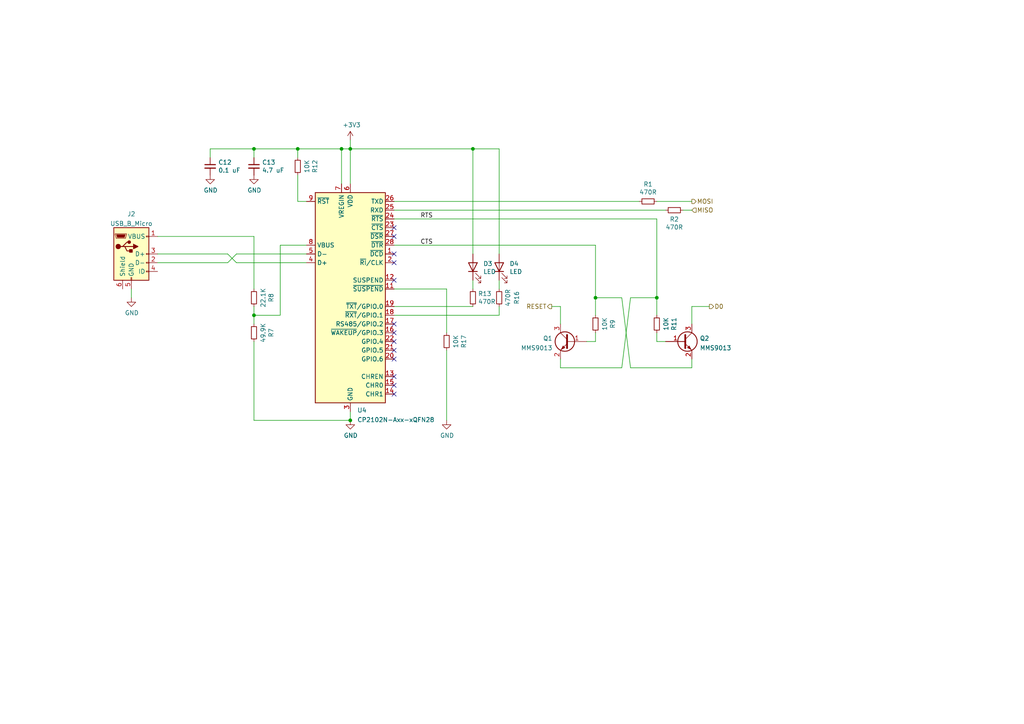
<source format=kicad_sch>
(kicad_sch (version 20211123) (generator eeschema)

  (uuid a4f181df-5a9d-4943-84cb-31df60bb171a)

  (paper "A4")

  (lib_symbols
    (symbol "Connector:USB_B_Micro" (pin_names (offset 1.016)) (in_bom yes) (on_board yes)
      (property "Reference" "J" (id 0) (at -5.08 11.43 0)
        (effects (font (size 1.27 1.27)) (justify left))
      )
      (property "Value" "USB_B_Micro" (id 1) (at -5.08 8.89 0)
        (effects (font (size 1.27 1.27)) (justify left))
      )
      (property "Footprint" "" (id 2) (at 3.81 -1.27 0)
        (effects (font (size 1.27 1.27)) hide)
      )
      (property "Datasheet" "~" (id 3) (at 3.81 -1.27 0)
        (effects (font (size 1.27 1.27)) hide)
      )
      (property "ki_keywords" "connector USB micro" (id 4) (at 0 0 0)
        (effects (font (size 1.27 1.27)) hide)
      )
      (property "ki_description" "USB Micro Type B connector" (id 5) (at 0 0 0)
        (effects (font (size 1.27 1.27)) hide)
      )
      (property "ki_fp_filters" "USB*" (id 6) (at 0 0 0)
        (effects (font (size 1.27 1.27)) hide)
      )
      (symbol "USB_B_Micro_0_1"
        (rectangle (start -5.08 -7.62) (end 5.08 7.62)
          (stroke (width 0.254) (type default) (color 0 0 0 0))
          (fill (type background))
        )
        (circle (center -3.81 2.159) (radius 0.635)
          (stroke (width 0.254) (type default) (color 0 0 0 0))
          (fill (type outline))
        )
        (circle (center -0.635 3.429) (radius 0.381)
          (stroke (width 0.254) (type default) (color 0 0 0 0))
          (fill (type outline))
        )
        (rectangle (start -0.127 -7.62) (end 0.127 -6.858)
          (stroke (width 0) (type default) (color 0 0 0 0))
          (fill (type none))
        )
        (polyline
          (pts
            (xy -1.905 2.159)
            (xy 0.635 2.159)
          )
          (stroke (width 0.254) (type default) (color 0 0 0 0))
          (fill (type none))
        )
        (polyline
          (pts
            (xy -3.175 2.159)
            (xy -2.54 2.159)
            (xy -1.27 3.429)
            (xy -0.635 3.429)
          )
          (stroke (width 0.254) (type default) (color 0 0 0 0))
          (fill (type none))
        )
        (polyline
          (pts
            (xy -2.54 2.159)
            (xy -1.905 2.159)
            (xy -1.27 0.889)
            (xy 0 0.889)
          )
          (stroke (width 0.254) (type default) (color 0 0 0 0))
          (fill (type none))
        )
        (polyline
          (pts
            (xy 0.635 2.794)
            (xy 0.635 1.524)
            (xy 1.905 2.159)
            (xy 0.635 2.794)
          )
          (stroke (width 0.254) (type default) (color 0 0 0 0))
          (fill (type outline))
        )
        (polyline
          (pts
            (xy -4.318 5.588)
            (xy -1.778 5.588)
            (xy -2.032 4.826)
            (xy -4.064 4.826)
            (xy -4.318 5.588)
          )
          (stroke (width 0) (type default) (color 0 0 0 0))
          (fill (type outline))
        )
        (polyline
          (pts
            (xy -4.699 5.842)
            (xy -4.699 5.588)
            (xy -4.445 4.826)
            (xy -4.445 4.572)
            (xy -1.651 4.572)
            (xy -1.651 4.826)
            (xy -1.397 5.588)
            (xy -1.397 5.842)
            (xy -4.699 5.842)
          )
          (stroke (width 0) (type default) (color 0 0 0 0))
          (fill (type none))
        )
        (rectangle (start 0.254 1.27) (end -0.508 0.508)
          (stroke (width 0.254) (type default) (color 0 0 0 0))
          (fill (type outline))
        )
        (rectangle (start 5.08 -5.207) (end 4.318 -4.953)
          (stroke (width 0) (type default) (color 0 0 0 0))
          (fill (type none))
        )
        (rectangle (start 5.08 -2.667) (end 4.318 -2.413)
          (stroke (width 0) (type default) (color 0 0 0 0))
          (fill (type none))
        )
        (rectangle (start 5.08 -0.127) (end 4.318 0.127)
          (stroke (width 0) (type default) (color 0 0 0 0))
          (fill (type none))
        )
        (rectangle (start 5.08 4.953) (end 4.318 5.207)
          (stroke (width 0) (type default) (color 0 0 0 0))
          (fill (type none))
        )
      )
      (symbol "USB_B_Micro_1_1"
        (pin power_out line (at 7.62 5.08 180) (length 2.54)
          (name "VBUS" (effects (font (size 1.27 1.27))))
          (number "1" (effects (font (size 1.27 1.27))))
        )
        (pin bidirectional line (at 7.62 -2.54 180) (length 2.54)
          (name "D-" (effects (font (size 1.27 1.27))))
          (number "2" (effects (font (size 1.27 1.27))))
        )
        (pin bidirectional line (at 7.62 0 180) (length 2.54)
          (name "D+" (effects (font (size 1.27 1.27))))
          (number "3" (effects (font (size 1.27 1.27))))
        )
        (pin passive line (at 7.62 -5.08 180) (length 2.54)
          (name "ID" (effects (font (size 1.27 1.27))))
          (number "4" (effects (font (size 1.27 1.27))))
        )
        (pin power_out line (at 0 -10.16 90) (length 2.54)
          (name "GND" (effects (font (size 1.27 1.27))))
          (number "5" (effects (font (size 1.27 1.27))))
        )
        (pin passive line (at -2.54 -10.16 90) (length 2.54)
          (name "Shield" (effects (font (size 1.27 1.27))))
          (number "6" (effects (font (size 1.27 1.27))))
        )
      )
    )
    (symbol "Device:C_Small" (pin_numbers hide) (pin_names (offset 0.254) hide) (in_bom yes) (on_board yes)
      (property "Reference" "C" (id 0) (at 0.254 1.778 0)
        (effects (font (size 1.27 1.27)) (justify left))
      )
      (property "Value" "C_Small" (id 1) (at 0.254 -2.032 0)
        (effects (font (size 1.27 1.27)) (justify left))
      )
      (property "Footprint" "" (id 2) (at 0 0 0)
        (effects (font (size 1.27 1.27)) hide)
      )
      (property "Datasheet" "~" (id 3) (at 0 0 0)
        (effects (font (size 1.27 1.27)) hide)
      )
      (property "ki_keywords" "capacitor cap" (id 4) (at 0 0 0)
        (effects (font (size 1.27 1.27)) hide)
      )
      (property "ki_description" "Unpolarized capacitor, small symbol" (id 5) (at 0 0 0)
        (effects (font (size 1.27 1.27)) hide)
      )
      (property "ki_fp_filters" "C_*" (id 6) (at 0 0 0)
        (effects (font (size 1.27 1.27)) hide)
      )
      (symbol "C_Small_0_1"
        (polyline
          (pts
            (xy -1.524 -0.508)
            (xy 1.524 -0.508)
          )
          (stroke (width 0.3302) (type default) (color 0 0 0 0))
          (fill (type none))
        )
        (polyline
          (pts
            (xy -1.524 0.508)
            (xy 1.524 0.508)
          )
          (stroke (width 0.3048) (type default) (color 0 0 0 0))
          (fill (type none))
        )
      )
      (symbol "C_Small_1_1"
        (pin passive line (at 0 2.54 270) (length 2.032)
          (name "~" (effects (font (size 1.27 1.27))))
          (number "1" (effects (font (size 1.27 1.27))))
        )
        (pin passive line (at 0 -2.54 90) (length 2.032)
          (name "~" (effects (font (size 1.27 1.27))))
          (number "2" (effects (font (size 1.27 1.27))))
        )
      )
    )
    (symbol "Device:LED" (pin_numbers hide) (pin_names (offset 1.016) hide) (in_bom yes) (on_board yes)
      (property "Reference" "D" (id 0) (at 0 2.54 0)
        (effects (font (size 1.27 1.27)))
      )
      (property "Value" "LED" (id 1) (at 0 -2.54 0)
        (effects (font (size 1.27 1.27)))
      )
      (property "Footprint" "" (id 2) (at 0 0 0)
        (effects (font (size 1.27 1.27)) hide)
      )
      (property "Datasheet" "~" (id 3) (at 0 0 0)
        (effects (font (size 1.27 1.27)) hide)
      )
      (property "ki_keywords" "LED diode" (id 4) (at 0 0 0)
        (effects (font (size 1.27 1.27)) hide)
      )
      (property "ki_description" "Light emitting diode" (id 5) (at 0 0 0)
        (effects (font (size 1.27 1.27)) hide)
      )
      (property "ki_fp_filters" "LED* LED_SMD:* LED_THT:*" (id 6) (at 0 0 0)
        (effects (font (size 1.27 1.27)) hide)
      )
      (symbol "LED_0_1"
        (polyline
          (pts
            (xy -1.27 -1.27)
            (xy -1.27 1.27)
          )
          (stroke (width 0.254) (type default) (color 0 0 0 0))
          (fill (type none))
        )
        (polyline
          (pts
            (xy -1.27 0)
            (xy 1.27 0)
          )
          (stroke (width 0) (type default) (color 0 0 0 0))
          (fill (type none))
        )
        (polyline
          (pts
            (xy 1.27 -1.27)
            (xy 1.27 1.27)
            (xy -1.27 0)
            (xy 1.27 -1.27)
          )
          (stroke (width 0.254) (type default) (color 0 0 0 0))
          (fill (type none))
        )
        (polyline
          (pts
            (xy -3.048 -0.762)
            (xy -4.572 -2.286)
            (xy -3.81 -2.286)
            (xy -4.572 -2.286)
            (xy -4.572 -1.524)
          )
          (stroke (width 0) (type default) (color 0 0 0 0))
          (fill (type none))
        )
        (polyline
          (pts
            (xy -1.778 -0.762)
            (xy -3.302 -2.286)
            (xy -2.54 -2.286)
            (xy -3.302 -2.286)
            (xy -3.302 -1.524)
          )
          (stroke (width 0) (type default) (color 0 0 0 0))
          (fill (type none))
        )
      )
      (symbol "LED_1_1"
        (pin passive line (at -3.81 0 0) (length 2.54)
          (name "K" (effects (font (size 1.27 1.27))))
          (number "1" (effects (font (size 1.27 1.27))))
        )
        (pin passive line (at 3.81 0 180) (length 2.54)
          (name "A" (effects (font (size 1.27 1.27))))
          (number "2" (effects (font (size 1.27 1.27))))
        )
      )
    )
    (symbol "Device:R_Small" (pin_numbers hide) (pin_names (offset 0.254) hide) (in_bom yes) (on_board yes)
      (property "Reference" "R" (id 0) (at 0.762 0.508 0)
        (effects (font (size 1.27 1.27)) (justify left))
      )
      (property "Value" "R_Small" (id 1) (at 0.762 -1.016 0)
        (effects (font (size 1.27 1.27)) (justify left))
      )
      (property "Footprint" "" (id 2) (at 0 0 0)
        (effects (font (size 1.27 1.27)) hide)
      )
      (property "Datasheet" "~" (id 3) (at 0 0 0)
        (effects (font (size 1.27 1.27)) hide)
      )
      (property "ki_keywords" "R resistor" (id 4) (at 0 0 0)
        (effects (font (size 1.27 1.27)) hide)
      )
      (property "ki_description" "Resistor, small symbol" (id 5) (at 0 0 0)
        (effects (font (size 1.27 1.27)) hide)
      )
      (property "ki_fp_filters" "R_*" (id 6) (at 0 0 0)
        (effects (font (size 1.27 1.27)) hide)
      )
      (symbol "R_Small_0_1"
        (rectangle (start -0.762 1.778) (end 0.762 -1.778)
          (stroke (width 0.2032) (type default) (color 0 0 0 0))
          (fill (type none))
        )
      )
      (symbol "R_Small_1_1"
        (pin passive line (at 0 2.54 270) (length 0.762)
          (name "~" (effects (font (size 1.27 1.27))))
          (number "1" (effects (font (size 1.27 1.27))))
        )
        (pin passive line (at 0 -2.54 90) (length 0.762)
          (name "~" (effects (font (size 1.27 1.27))))
          (number "2" (effects (font (size 1.27 1.27))))
        )
      )
    )
    (symbol "Interface_USB:CP2102N-Axx-xQFN28" (in_bom yes) (on_board yes)
      (property "Reference" "U" (id 0) (at -8.89 31.75 0)
        (effects (font (size 1.27 1.27)))
      )
      (property "Value" "CP2102N-Axx-xQFN28" (id 1) (at 12.7 31.75 0)
        (effects (font (size 1.27 1.27)))
      )
      (property "Footprint" "Package_DFN_QFN:QFN-28-1EP_5x5mm_P0.5mm_EP3.35x3.35mm" (id 2) (at 33.02 -31.75 0)
        (effects (font (size 1.27 1.27)) hide)
      )
      (property "Datasheet" "https://www.silabs.com/documents/public/data-sheets/cp2102n-datasheet.pdf" (id 3) (at 1.27 -19.05 0)
        (effects (font (size 1.27 1.27)) hide)
      )
      (property "ki_keywords" "USB UART bridge" (id 4) (at 0 0 0)
        (effects (font (size 1.27 1.27)) hide)
      )
      (property "ki_description" "USB to UART master bridge, QFN-28" (id 5) (at 0 0 0)
        (effects (font (size 1.27 1.27)) hide)
      )
      (property "ki_fp_filters" "QFN*1EP*5x5mm*P0.5mm*" (id 6) (at 0 0 0)
        (effects (font (size 1.27 1.27)) hide)
      )
      (symbol "CP2102N-Axx-xQFN28_0_1"
        (rectangle (start -10.16 30.48) (end 10.16 -30.48)
          (stroke (width 0.254) (type default) (color 0 0 0 0))
          (fill (type background))
        )
      )
      (symbol "CP2102N-Axx-xQFN28_1_1"
        (pin input line (at 12.7 12.7 180) (length 2.54)
          (name "~{DCD}" (effects (font (size 1.27 1.27))))
          (number "1" (effects (font (size 1.27 1.27))))
        )
        (pin no_connect line (at -10.16 -27.94 0) (length 2.54) hide
          (name "NC" (effects (font (size 1.27 1.27))))
          (number "10" (effects (font (size 1.27 1.27))))
        )
        (pin output line (at 12.7 2.54 180) (length 2.54)
          (name "~{SUSPEND}" (effects (font (size 1.27 1.27))))
          (number "11" (effects (font (size 1.27 1.27))))
        )
        (pin output line (at 12.7 5.08 180) (length 2.54)
          (name "SUSPEND" (effects (font (size 1.27 1.27))))
          (number "12" (effects (font (size 1.27 1.27))))
        )
        (pin output line (at 12.7 -22.86 180) (length 2.54)
          (name "CHREN" (effects (font (size 1.27 1.27))))
          (number "13" (effects (font (size 1.27 1.27))))
        )
        (pin output line (at 12.7 -27.94 180) (length 2.54)
          (name "CHR1" (effects (font (size 1.27 1.27))))
          (number "14" (effects (font (size 1.27 1.27))))
        )
        (pin output line (at 12.7 -25.4 180) (length 2.54)
          (name "CHR0" (effects (font (size 1.27 1.27))))
          (number "15" (effects (font (size 1.27 1.27))))
        )
        (pin bidirectional line (at 12.7 -10.16 180) (length 2.54)
          (name "~{WAKEUP}/GPIO.3" (effects (font (size 1.27 1.27))))
          (number "16" (effects (font (size 1.27 1.27))))
        )
        (pin bidirectional line (at 12.7 -7.62 180) (length 2.54)
          (name "RS485/GPIO.2" (effects (font (size 1.27 1.27))))
          (number "17" (effects (font (size 1.27 1.27))))
        )
        (pin bidirectional line (at 12.7 -5.08 180) (length 2.54)
          (name "~{RXT}/GPIO.1" (effects (font (size 1.27 1.27))))
          (number "18" (effects (font (size 1.27 1.27))))
        )
        (pin bidirectional line (at 12.7 -2.54 180) (length 2.54)
          (name "~{TXT}/GPIO.0" (effects (font (size 1.27 1.27))))
          (number "19" (effects (font (size 1.27 1.27))))
        )
        (pin bidirectional line (at 12.7 10.16 180) (length 2.54)
          (name "~{RI}/CLK" (effects (font (size 1.27 1.27))))
          (number "2" (effects (font (size 1.27 1.27))))
        )
        (pin bidirectional line (at 12.7 -17.78 180) (length 2.54)
          (name "GPIO.6" (effects (font (size 1.27 1.27))))
          (number "20" (effects (font (size 1.27 1.27))))
        )
        (pin bidirectional line (at 12.7 -15.24 180) (length 2.54)
          (name "GPIO.5" (effects (font (size 1.27 1.27))))
          (number "21" (effects (font (size 1.27 1.27))))
        )
        (pin bidirectional line (at 12.7 -12.7 180) (length 2.54)
          (name "GPIO.4" (effects (font (size 1.27 1.27))))
          (number "22" (effects (font (size 1.27 1.27))))
        )
        (pin input line (at 12.7 20.32 180) (length 2.54)
          (name "~{CTS}" (effects (font (size 1.27 1.27))))
          (number "23" (effects (font (size 1.27 1.27))))
        )
        (pin output line (at 12.7 22.86 180) (length 2.54)
          (name "~{RTS}" (effects (font (size 1.27 1.27))))
          (number "24" (effects (font (size 1.27 1.27))))
        )
        (pin input line (at 12.7 25.4 180) (length 2.54)
          (name "RXD" (effects (font (size 1.27 1.27))))
          (number "25" (effects (font (size 1.27 1.27))))
        )
        (pin output line (at 12.7 27.94 180) (length 2.54)
          (name "TXD" (effects (font (size 1.27 1.27))))
          (number "26" (effects (font (size 1.27 1.27))))
        )
        (pin input line (at 12.7 17.78 180) (length 2.54)
          (name "~{DSR}" (effects (font (size 1.27 1.27))))
          (number "27" (effects (font (size 1.27 1.27))))
        )
        (pin output line (at 12.7 15.24 180) (length 2.54)
          (name "~{DTR}" (effects (font (size 1.27 1.27))))
          (number "28" (effects (font (size 1.27 1.27))))
        )
        (pin passive line (at 0 -33.02 90) (length 2.54) hide
          (name "GND" (effects (font (size 1.27 1.27))))
          (number "29" (effects (font (size 1.27 1.27))))
        )
        (pin power_in line (at 0 -33.02 90) (length 2.54)
          (name "GND" (effects (font (size 1.27 1.27))))
          (number "3" (effects (font (size 1.27 1.27))))
        )
        (pin bidirectional line (at -12.7 10.16 0) (length 2.54)
          (name "D+" (effects (font (size 1.27 1.27))))
          (number "4" (effects (font (size 1.27 1.27))))
        )
        (pin bidirectional line (at -12.7 12.7 0) (length 2.54)
          (name "D-" (effects (font (size 1.27 1.27))))
          (number "5" (effects (font (size 1.27 1.27))))
        )
        (pin power_in line (at 0 33.02 270) (length 2.54)
          (name "VDD" (effects (font (size 1.27 1.27))))
          (number "6" (effects (font (size 1.27 1.27))))
        )
        (pin power_in line (at -2.54 33.02 270) (length 2.54)
          (name "VREGIN" (effects (font (size 1.27 1.27))))
          (number "7" (effects (font (size 1.27 1.27))))
        )
        (pin input line (at -12.7 15.24 0) (length 2.54)
          (name "VBUS" (effects (font (size 1.27 1.27))))
          (number "8" (effects (font (size 1.27 1.27))))
        )
        (pin input line (at -12.7 27.94 0) (length 2.54)
          (name "~{RST}" (effects (font (size 1.27 1.27))))
          (number "9" (effects (font (size 1.27 1.27))))
        )
      )
    )
    (symbol "Transistor_BJT:BC846" (pin_names (offset 0) hide) (in_bom yes) (on_board yes)
      (property "Reference" "Q" (id 0) (at 5.08 1.905 0)
        (effects (font (size 1.27 1.27)) (justify left))
      )
      (property "Value" "BC846" (id 1) (at 5.08 0 0)
        (effects (font (size 1.27 1.27)) (justify left))
      )
      (property "Footprint" "Package_TO_SOT_SMD:SOT-23" (id 2) (at 5.08 -1.905 0)
        (effects (font (size 1.27 1.27) italic) (justify left) hide)
      )
      (property "Datasheet" "https://assets.nexperia.com/documents/data-sheet/BC846_SER.pdf" (id 3) (at 0 0 0)
        (effects (font (size 1.27 1.27)) (justify left) hide)
      )
      (property "ki_keywords" "NPN Transistor" (id 4) (at 0 0 0)
        (effects (font (size 1.27 1.27)) hide)
      )
      (property "ki_description" "0.1A Ic, 65V Vce, NPN Transistor, SOT-23" (id 5) (at 0 0 0)
        (effects (font (size 1.27 1.27)) hide)
      )
      (property "ki_fp_filters" "SOT?23*" (id 6) (at 0 0 0)
        (effects (font (size 1.27 1.27)) hide)
      )
      (symbol "BC846_0_1"
        (polyline
          (pts
            (xy 0.635 0.635)
            (xy 2.54 2.54)
          )
          (stroke (width 0) (type default) (color 0 0 0 0))
          (fill (type none))
        )
        (polyline
          (pts
            (xy 0.635 -0.635)
            (xy 2.54 -2.54)
            (xy 2.54 -2.54)
          )
          (stroke (width 0) (type default) (color 0 0 0 0))
          (fill (type none))
        )
        (polyline
          (pts
            (xy 0.635 1.905)
            (xy 0.635 -1.905)
            (xy 0.635 -1.905)
          )
          (stroke (width 0.508) (type default) (color 0 0 0 0))
          (fill (type none))
        )
        (polyline
          (pts
            (xy 1.27 -1.778)
            (xy 1.778 -1.27)
            (xy 2.286 -2.286)
            (xy 1.27 -1.778)
            (xy 1.27 -1.778)
          )
          (stroke (width 0) (type default) (color 0 0 0 0))
          (fill (type outline))
        )
        (circle (center 1.27 0) (radius 2.8194)
          (stroke (width 0.254) (type default) (color 0 0 0 0))
          (fill (type none))
        )
      )
      (symbol "BC846_1_1"
        (pin input line (at -5.08 0 0) (length 5.715)
          (name "B" (effects (font (size 1.27 1.27))))
          (number "1" (effects (font (size 1.27 1.27))))
        )
        (pin passive line (at 2.54 -5.08 90) (length 2.54)
          (name "E" (effects (font (size 1.27 1.27))))
          (number "2" (effects (font (size 1.27 1.27))))
        )
        (pin passive line (at 2.54 5.08 270) (length 2.54)
          (name "C" (effects (font (size 1.27 1.27))))
          (number "3" (effects (font (size 1.27 1.27))))
        )
      )
    )
    (symbol "power:+3V3" (power) (pin_names (offset 0)) (in_bom yes) (on_board yes)
      (property "Reference" "#PWR" (id 0) (at 0 -3.81 0)
        (effects (font (size 1.27 1.27)) hide)
      )
      (property "Value" "+3V3" (id 1) (at 0 3.556 0)
        (effects (font (size 1.27 1.27)))
      )
      (property "Footprint" "" (id 2) (at 0 0 0)
        (effects (font (size 1.27 1.27)) hide)
      )
      (property "Datasheet" "" (id 3) (at 0 0 0)
        (effects (font (size 1.27 1.27)) hide)
      )
      (property "ki_keywords" "power-flag" (id 4) (at 0 0 0)
        (effects (font (size 1.27 1.27)) hide)
      )
      (property "ki_description" "Power symbol creates a global label with name \"+3V3\"" (id 5) (at 0 0 0)
        (effects (font (size 1.27 1.27)) hide)
      )
      (symbol "+3V3_0_1"
        (polyline
          (pts
            (xy -0.762 1.27)
            (xy 0 2.54)
          )
          (stroke (width 0) (type default) (color 0 0 0 0))
          (fill (type none))
        )
        (polyline
          (pts
            (xy 0 0)
            (xy 0 2.54)
          )
          (stroke (width 0) (type default) (color 0 0 0 0))
          (fill (type none))
        )
        (polyline
          (pts
            (xy 0 2.54)
            (xy 0.762 1.27)
          )
          (stroke (width 0) (type default) (color 0 0 0 0))
          (fill (type none))
        )
      )
      (symbol "+3V3_1_1"
        (pin power_in line (at 0 0 90) (length 0) hide
          (name "+3V3" (effects (font (size 1.27 1.27))))
          (number "1" (effects (font (size 1.27 1.27))))
        )
      )
    )
    (symbol "power:GND" (power) (pin_names (offset 0)) (in_bom yes) (on_board yes)
      (property "Reference" "#PWR" (id 0) (at 0 -6.35 0)
        (effects (font (size 1.27 1.27)) hide)
      )
      (property "Value" "GND" (id 1) (at 0 -3.81 0)
        (effects (font (size 1.27 1.27)))
      )
      (property "Footprint" "" (id 2) (at 0 0 0)
        (effects (font (size 1.27 1.27)) hide)
      )
      (property "Datasheet" "" (id 3) (at 0 0 0)
        (effects (font (size 1.27 1.27)) hide)
      )
      (property "ki_keywords" "power-flag" (id 4) (at 0 0 0)
        (effects (font (size 1.27 1.27)) hide)
      )
      (property "ki_description" "Power symbol creates a global label with name \"GND\" , ground" (id 5) (at 0 0 0)
        (effects (font (size 1.27 1.27)) hide)
      )
      (symbol "GND_0_1"
        (polyline
          (pts
            (xy 0 0)
            (xy 0 -1.27)
            (xy 1.27 -1.27)
            (xy 0 -2.54)
            (xy -1.27 -1.27)
            (xy 0 -1.27)
          )
          (stroke (width 0) (type default) (color 0 0 0 0))
          (fill (type none))
        )
      )
      (symbol "GND_1_1"
        (pin power_in line (at 0 0 270) (length 0) hide
          (name "GND" (effects (font (size 1.27 1.27))))
          (number "1" (effects (font (size 1.27 1.27))))
        )
      )
    )
  )

  (junction (at 172.72 86.36) (diameter 0) (color 0 0 0 0)
    (uuid 09d82ef6-f1ff-411b-bb09-38c30e63f869)
  )
  (junction (at 73.66 43.18) (diameter 0) (color 0 0 0 0)
    (uuid 0b0e9951-a94e-4a0b-be8c-e3bd5d5be665)
  )
  (junction (at 73.66 91.44) (diameter 0) (color 0 0 0 0)
    (uuid 47b9e068-7161-45c9-aa41-ce4dbb48d393)
  )
  (junction (at 101.6 43.18) (diameter 0) (color 0 0 0 0)
    (uuid 65b62c8a-6f49-4dec-9cdb-c9e6a7783170)
  )
  (junction (at 101.6 121.92) (diameter 0) (color 0 0 0 0)
    (uuid 66d6735b-7367-420f-8e65-19f4d1c20285)
  )
  (junction (at 190.5 86.36) (diameter 0) (color 0 0 0 0)
    (uuid 765d90f8-e754-4431-990b-c8fc499a89bd)
  )
  (junction (at 99.06 43.18) (diameter 0) (color 0 0 0 0)
    (uuid 820ef026-2074-4053-8591-99cf3cfcd49e)
  )
  (junction (at 86.36 43.18) (diameter 0) (color 0 0 0 0)
    (uuid 9d83a653-6bac-4709-85c6-211416203bd1)
  )
  (junction (at 137.16 43.18) (diameter 0) (color 0 0 0 0)
    (uuid abcb1c7c-b6bd-42e3-9eb4-0c1d3d4f3d60)
  )

  (no_connect (at 114.3 99.06) (uuid e5119d4c-3e7b-4dc5-baea-069359d74799))
  (no_connect (at 114.3 96.52) (uuid e5119d4c-3e7b-4dc5-baea-069359d7479a))
  (no_connect (at 114.3 93.98) (uuid e5119d4c-3e7b-4dc5-baea-069359d7479b))
  (no_connect (at 114.3 114.3) (uuid e5119d4c-3e7b-4dc5-baea-069359d7479c))
  (no_connect (at 114.3 111.76) (uuid e5119d4c-3e7b-4dc5-baea-069359d7479d))
  (no_connect (at 114.3 109.22) (uuid e5119d4c-3e7b-4dc5-baea-069359d7479e))
  (no_connect (at 114.3 104.14) (uuid e5119d4c-3e7b-4dc5-baea-069359d7479f))
  (no_connect (at 114.3 101.6) (uuid e5119d4c-3e7b-4dc5-baea-069359d747a0))
  (no_connect (at 114.3 81.28) (uuid e5119d4c-3e7b-4dc5-baea-069359d747a1))
  (no_connect (at 114.3 76.2) (uuid e5119d4c-3e7b-4dc5-baea-069359d747a2))
  (no_connect (at 114.3 73.66) (uuid e5119d4c-3e7b-4dc5-baea-069359d747a3))
  (no_connect (at 114.3 68.58) (uuid e5119d4c-3e7b-4dc5-baea-069359d747a4))
  (no_connect (at 114.3 66.04) (uuid e5119d4c-3e7b-4dc5-baea-069359d747a5))

  (wire (pts (xy 68.58 73.66) (xy 88.9 73.66))
    (stroke (width 0) (type default) (color 0 0 0 0))
    (uuid 01f3679c-129b-4fae-925a-b40e329d6cbc)
  )
  (wire (pts (xy 88.9 71.12) (xy 81.28 71.12))
    (stroke (width 0) (type default) (color 0 0 0 0))
    (uuid 0242ad76-c7ff-4bf5-89c7-45506ce078be)
  )
  (wire (pts (xy 180.34 106.68) (xy 182.88 86.36))
    (stroke (width 0) (type default) (color 0 0 0 0))
    (uuid 0325f7ef-e104-45c5-b50f-d348affce13f)
  )
  (wire (pts (xy 68.58 76.2) (xy 66.04 73.66))
    (stroke (width 0) (type default) (color 0 0 0 0))
    (uuid 08e2a5bf-6a9b-454f-a8f2-3aaaedceb7cb)
  )
  (wire (pts (xy 86.36 45.72) (xy 86.36 43.18))
    (stroke (width 0) (type default) (color 0 0 0 0))
    (uuid 0940a179-38c9-4ef8-87bf-15e0e5ec9df5)
  )
  (wire (pts (xy 88.9 76.2) (xy 68.58 76.2))
    (stroke (width 0) (type default) (color 0 0 0 0))
    (uuid 09fdf52b-dd62-438c-b20d-e4fbfd1a4b30)
  )
  (wire (pts (xy 162.56 104.14) (xy 162.56 106.68))
    (stroke (width 0) (type default) (color 0 0 0 0))
    (uuid 0e0bd9a5-ec1e-4a7a-a38b-7ba39a2aa592)
  )
  (wire (pts (xy 73.66 121.92) (xy 101.6 121.92))
    (stroke (width 0) (type default) (color 0 0 0 0))
    (uuid 12748ba6-f2bc-457f-9c71-42dcf4efa33a)
  )
  (wire (pts (xy 190.5 58.42) (xy 200.66 58.42))
    (stroke (width 0) (type default) (color 0 0 0 0))
    (uuid 160afcac-17a8-49ad-a81f-c1195bc262a3)
  )
  (wire (pts (xy 88.9 58.42) (xy 86.36 58.42))
    (stroke (width 0) (type default) (color 0 0 0 0))
    (uuid 1b3cc474-c9b0-4123-846d-1ffdff250f50)
  )
  (wire (pts (xy 114.3 60.96) (xy 193.04 60.96))
    (stroke (width 0) (type default) (color 0 0 0 0))
    (uuid 270b3185-ac4e-4192-ba1e-4928f3ca5f2f)
  )
  (wire (pts (xy 198.12 60.96) (xy 200.66 60.96))
    (stroke (width 0) (type default) (color 0 0 0 0))
    (uuid 2d002433-26ee-40c1-8616-c205611580f2)
  )
  (wire (pts (xy 205.74 88.9) (xy 200.66 88.9))
    (stroke (width 0) (type default) (color 0 0 0 0))
    (uuid 2ec5fca3-ee54-448b-972c-a0da04c926eb)
  )
  (wire (pts (xy 45.72 76.2) (xy 66.04 76.2))
    (stroke (width 0) (type default) (color 0 0 0 0))
    (uuid 2f26cf3b-79f6-4a0b-9c2c-c8cd279eeabb)
  )
  (wire (pts (xy 172.72 71.12) (xy 172.72 86.36))
    (stroke (width 0) (type default) (color 0 0 0 0))
    (uuid 3a1ad3e0-3eeb-418e-8212-92852ce1aa8d)
  )
  (wire (pts (xy 66.04 76.2) (xy 68.58 73.66))
    (stroke (width 0) (type default) (color 0 0 0 0))
    (uuid 4328c0d6-56ac-42be-88aa-d4b94e56c14f)
  )
  (wire (pts (xy 190.5 86.36) (xy 190.5 91.44))
    (stroke (width 0) (type default) (color 0 0 0 0))
    (uuid 463d6f5a-5458-4f33-9e60-2401ec69fce1)
  )
  (wire (pts (xy 99.06 43.18) (xy 101.6 43.18))
    (stroke (width 0) (type default) (color 0 0 0 0))
    (uuid 4a1f8b29-13b5-47c7-a438-d30a33b2c9b5)
  )
  (wire (pts (xy 114.3 88.9) (xy 137.16 88.9))
    (stroke (width 0) (type default) (color 0 0 0 0))
    (uuid 4b47ca8c-f770-4816-a8c1-c01038b42980)
  )
  (wire (pts (xy 144.78 83.82) (xy 144.78 81.28))
    (stroke (width 0) (type default) (color 0 0 0 0))
    (uuid 4c3584bd-ed2f-4a07-b285-59334e68b5ff)
  )
  (wire (pts (xy 193.04 99.06) (xy 190.5 99.06))
    (stroke (width 0) (type default) (color 0 0 0 0))
    (uuid 4cea0ba1-3b8f-4839-a3c9-f106d70a853b)
  )
  (wire (pts (xy 180.34 86.36) (xy 172.72 86.36))
    (stroke (width 0) (type default) (color 0 0 0 0))
    (uuid 51709ebb-1e18-45b5-af0b-2ea2dbf53d64)
  )
  (wire (pts (xy 190.5 63.5) (xy 190.5 86.36))
    (stroke (width 0) (type default) (color 0 0 0 0))
    (uuid 54888172-5a78-443e-8a98-3dc941c220f5)
  )
  (wire (pts (xy 129.54 96.52) (xy 129.54 83.82))
    (stroke (width 0) (type default) (color 0 0 0 0))
    (uuid 5554b067-9c92-4843-a466-2cbc1e7552cf)
  )
  (wire (pts (xy 101.6 43.18) (xy 101.6 53.34))
    (stroke (width 0) (type default) (color 0 0 0 0))
    (uuid 596ce339-0675-4387-972f-4c1d6c8de6d8)
  )
  (wire (pts (xy 190.5 99.06) (xy 190.5 96.52))
    (stroke (width 0) (type default) (color 0 0 0 0))
    (uuid 61f3d36b-c7ef-4daa-bb1d-5a3f056499e0)
  )
  (wire (pts (xy 170.18 99.06) (xy 172.72 99.06))
    (stroke (width 0) (type default) (color 0 0 0 0))
    (uuid 6382e7f3-33b4-4f74-b576-ae71b84df5b3)
  )
  (wire (pts (xy 73.66 43.18) (xy 86.36 43.18))
    (stroke (width 0) (type default) (color 0 0 0 0))
    (uuid 677e535e-8b4f-4fdb-bb3e-a5c2bb4d7dc9)
  )
  (wire (pts (xy 200.66 88.9) (xy 200.66 93.98))
    (stroke (width 0) (type default) (color 0 0 0 0))
    (uuid 6aff11ef-bfbb-4a35-afe1-fa75b26e19fb)
  )
  (wire (pts (xy 73.66 91.44) (xy 73.66 93.98))
    (stroke (width 0) (type default) (color 0 0 0 0))
    (uuid 7309462f-e215-4b1e-9868-67ec4db2dcde)
  )
  (wire (pts (xy 86.36 58.42) (xy 86.36 50.8))
    (stroke (width 0) (type default) (color 0 0 0 0))
    (uuid 75f057eb-e376-48be-9f63-f4c9b8690e33)
  )
  (wire (pts (xy 144.78 91.44) (xy 144.78 88.9))
    (stroke (width 0) (type default) (color 0 0 0 0))
    (uuid 7c98b4ab-0af9-4ccd-960f-f0fdd077178e)
  )
  (wire (pts (xy 182.88 106.68) (xy 200.66 106.68))
    (stroke (width 0) (type default) (color 0 0 0 0))
    (uuid 8615e1f6-d107-4044-be3a-32b21ac74407)
  )
  (wire (pts (xy 66.04 73.66) (xy 45.72 73.66))
    (stroke (width 0) (type default) (color 0 0 0 0))
    (uuid 8890f802-04b5-4369-b7bb-d988b882d9a3)
  )
  (wire (pts (xy 114.3 63.5) (xy 190.5 63.5))
    (stroke (width 0) (type default) (color 0 0 0 0))
    (uuid 8deb0d5c-b357-4074-aae9-82e270c2ecc2)
  )
  (wire (pts (xy 101.6 43.18) (xy 137.16 43.18))
    (stroke (width 0) (type default) (color 0 0 0 0))
    (uuid 96c6cfac-73ee-4e1a-a746-686c54a099bf)
  )
  (wire (pts (xy 101.6 119.38) (xy 101.6 121.92))
    (stroke (width 0) (type default) (color 0 0 0 0))
    (uuid 96fd8ea4-3712-48dd-8c34-ae7fd4fe1eec)
  )
  (wire (pts (xy 114.3 91.44) (xy 144.78 91.44))
    (stroke (width 0) (type default) (color 0 0 0 0))
    (uuid 970515d7-c0cf-47e2-a026-8bb86b804b77)
  )
  (wire (pts (xy 60.96 43.18) (xy 73.66 43.18))
    (stroke (width 0) (type default) (color 0 0 0 0))
    (uuid 9bf378b7-093c-4b91-ae22-26e8918f20d7)
  )
  (wire (pts (xy 129.54 83.82) (xy 114.3 83.82))
    (stroke (width 0) (type default) (color 0 0 0 0))
    (uuid 9ebcaed3-9a93-4636-8d73-6cd5a7a15d19)
  )
  (wire (pts (xy 162.56 88.9) (xy 162.56 93.98))
    (stroke (width 0) (type default) (color 0 0 0 0))
    (uuid a22108b8-6523-4ef7-8799-2dc7fe952d3c)
  )
  (wire (pts (xy 81.28 91.44) (xy 73.66 91.44))
    (stroke (width 0) (type default) (color 0 0 0 0))
    (uuid a8f464c7-48d7-4172-a844-ef628df3290f)
  )
  (wire (pts (xy 38.1 83.82) (xy 38.1 86.36))
    (stroke (width 0) (type default) (color 0 0 0 0))
    (uuid aa8d2a02-107e-41d4-903d-e9da622a29b3)
  )
  (wire (pts (xy 86.36 43.18) (xy 99.06 43.18))
    (stroke (width 0) (type default) (color 0 0 0 0))
    (uuid aebee756-a67d-4b6d-8f3a-3b103434e0e0)
  )
  (wire (pts (xy 162.56 106.68) (xy 180.34 106.68))
    (stroke (width 0) (type default) (color 0 0 0 0))
    (uuid b375735f-5119-4280-9938-1de9459e157b)
  )
  (wire (pts (xy 114.3 71.12) (xy 172.72 71.12))
    (stroke (width 0) (type default) (color 0 0 0 0))
    (uuid b47ab052-1a75-4381-a300-fd93d919f5a8)
  )
  (wire (pts (xy 73.66 45.72) (xy 73.66 43.18))
    (stroke (width 0) (type default) (color 0 0 0 0))
    (uuid b4f85bf9-7797-4752-a339-89feab270693)
  )
  (wire (pts (xy 114.3 58.42) (xy 185.42 58.42))
    (stroke (width 0) (type default) (color 0 0 0 0))
    (uuid b76eb808-0165-41ce-b0a9-1fe05960e031)
  )
  (wire (pts (xy 129.54 121.92) (xy 129.54 101.6))
    (stroke (width 0) (type default) (color 0 0 0 0))
    (uuid b8c100c0-3afc-4d0b-9933-ee3e9633c794)
  )
  (wire (pts (xy 144.78 73.66) (xy 144.78 43.18))
    (stroke (width 0) (type default) (color 0 0 0 0))
    (uuid b9412179-24f1-422d-ad05-ab3ded8b0a53)
  )
  (wire (pts (xy 160.02 88.9) (xy 162.56 88.9))
    (stroke (width 0) (type default) (color 0 0 0 0))
    (uuid c32f388a-a421-4488-bd9c-57a57cf0f421)
  )
  (wire (pts (xy 200.66 104.14) (xy 200.66 106.68))
    (stroke (width 0) (type default) (color 0 0 0 0))
    (uuid c4297cc6-611b-4239-9f91-89dfb902663a)
  )
  (wire (pts (xy 73.66 68.58) (xy 45.72 68.58))
    (stroke (width 0) (type default) (color 0 0 0 0))
    (uuid c47dcd6d-bc2c-4bdb-b71e-7186e95ea021)
  )
  (wire (pts (xy 144.78 43.18) (xy 137.16 43.18))
    (stroke (width 0) (type default) (color 0 0 0 0))
    (uuid c8f04017-a003-481b-b7d6-a80f84341d81)
  )
  (wire (pts (xy 99.06 53.34) (xy 99.06 43.18))
    (stroke (width 0) (type default) (color 0 0 0 0))
    (uuid cf9fcb52-b6da-440c-9b4d-ae3fd7744c1a)
  )
  (wire (pts (xy 81.28 71.12) (xy 81.28 91.44))
    (stroke (width 0) (type default) (color 0 0 0 0))
    (uuid d27beecd-3bdf-4ee4-b78e-e4097b5b3713)
  )
  (wire (pts (xy 101.6 40.64) (xy 101.6 43.18))
    (stroke (width 0) (type default) (color 0 0 0 0))
    (uuid d98d5048-9265-40f6-b544-6f4e723cf15b)
  )
  (wire (pts (xy 73.66 83.82) (xy 73.66 68.58))
    (stroke (width 0) (type default) (color 0 0 0 0))
    (uuid d9cd4901-3cdf-45f0-a468-19df545905ac)
  )
  (wire (pts (xy 172.72 99.06) (xy 172.72 96.52))
    (stroke (width 0) (type default) (color 0 0 0 0))
    (uuid e1a456c7-8ee8-4645-bfdf-3fd744a76950)
  )
  (wire (pts (xy 182.88 86.36) (xy 190.5 86.36))
    (stroke (width 0) (type default) (color 0 0 0 0))
    (uuid e2f8a491-4512-45f5-9238-e9107d705744)
  )
  (wire (pts (xy 172.72 86.36) (xy 172.72 91.44))
    (stroke (width 0) (type default) (color 0 0 0 0))
    (uuid e330a1db-c797-4da6-8b5d-28e0ee02a7fe)
  )
  (wire (pts (xy 73.66 99.06) (xy 73.66 121.92))
    (stroke (width 0) (type default) (color 0 0 0 0))
    (uuid eb9fb208-a46a-4563-b5ae-8ca347fe4f7c)
  )
  (wire (pts (xy 60.96 45.72) (xy 60.96 43.18))
    (stroke (width 0) (type default) (color 0 0 0 0))
    (uuid f1978b76-52cc-4e13-9f15-463ebabb90c4)
  )
  (wire (pts (xy 73.66 91.44) (xy 73.66 88.9))
    (stroke (width 0) (type default) (color 0 0 0 0))
    (uuid f602e820-514f-4d85-8d61-9c232d4b66d6)
  )
  (wire (pts (xy 182.88 106.68) (xy 180.34 86.36))
    (stroke (width 0) (type default) (color 0 0 0 0))
    (uuid fa67dcbd-1019-4271-ad6b-cf1385205efa)
  )
  (wire (pts (xy 137.16 81.28) (xy 137.16 83.82))
    (stroke (width 0) (type default) (color 0 0 0 0))
    (uuid fab3db91-b97e-44e3-a6f7-7b1baccbd846)
  )
  (wire (pts (xy 137.16 43.18) (xy 137.16 73.66))
    (stroke (width 0) (type default) (color 0 0 0 0))
    (uuid fb6dd1d2-7d34-46a6-87cd-df8e3cb6d3ae)
  )

  (label "CTS" (at 121.92 71.12 0)
    (effects (font (size 1.27 1.27)) (justify left bottom))
    (uuid 33ef85b0-8ab9-4c3f-9bbc-5ff5ed8276d7)
  )
  (label "RTS" (at 121.92 63.5 0)
    (effects (font (size 1.27 1.27)) (justify left bottom))
    (uuid 5c9b1681-ebcc-4306-a420-726592749307)
  )

  (hierarchical_label "D0" (shape output) (at 205.74 88.9 0)
    (effects (font (size 1.27 1.27)) (justify left))
    (uuid 3708a3c1-34f9-4c91-8073-fdcf47959b06)
  )
  (hierarchical_label "MOSI" (shape output) (at 200.66 58.42 0)
    (effects (font (size 1.27 1.27)) (justify left))
    (uuid 84eabc9a-c71b-4261-84c3-42607ec6034d)
  )
  (hierarchical_label "RESET" (shape output) (at 160.02 88.9 180)
    (effects (font (size 1.27 1.27)) (justify right))
    (uuid 95f51d5e-c658-4fdb-ac3e-ba3c0897e0eb)
  )
  (hierarchical_label "MISO" (shape input) (at 200.66 60.96 0)
    (effects (font (size 1.27 1.27)) (justify left))
    (uuid d36681e3-c245-411b-97e9-555b5bf40a11)
  )

  (symbol (lib_id "Device:R_Small") (at 129.54 99.06 180) (unit 1)
    (in_bom yes) (on_board yes)
    (uuid 0028b849-7351-4fb9-81f8-ba573bbf76ac)
    (property "Reference" "R17" (id 0) (at 134.5184 99.06 90))
    (property "Value" "10K" (id 1) (at 132.207 99.06 90))
    (property "Footprint" "Resistor_SMD:R_0603_1608Metric" (id 2) (at 129.54 99.06 0)
      (effects (font (size 1.27 1.27)) hide)
    )
    (property "Datasheet" "~" (id 3) (at 129.54 99.06 0)
      (effects (font (size 1.27 1.27)) hide)
    )
    (property "LCSC" "C25804" (id 4) (at 134.5184 99.06 0)
      (effects (font (size 1.27 1.27)) hide)
    )
    (pin "1" (uuid e2334e2a-9616-498e-9274-2294b321c461))
    (pin "2" (uuid df685810-2866-4160-9351-092ed2d02f89))
  )

  (symbol (lib_id "Device:R_Small") (at 73.66 86.36 180) (unit 1)
    (in_bom yes) (on_board yes)
    (uuid 03a783ea-3304-4c00-8b27-955bd67c4cc4)
    (property "Reference" "R8" (id 0) (at 78.6384 86.36 90))
    (property "Value" "22.1K" (id 1) (at 76.327 86.36 90))
    (property "Footprint" "Resistor_SMD:R_0603_1608Metric" (id 2) (at 73.66 86.36 0)
      (effects (font (size 1.27 1.27)) hide)
    )
    (property "Datasheet" "~" (id 3) (at 73.66 86.36 0)
      (effects (font (size 1.27 1.27)) hide)
    )
    (property "LCSC" "C23184" (id 4) (at 78.6384 86.36 0)
      (effects (font (size 1.27 1.27)) hide)
    )
    (pin "1" (uuid ab69cd46-8ebb-480c-a3b9-02a215d9d100))
    (pin "2" (uuid c14c7e3c-90ca-417a-9ed4-a5dfab1b7c5b))
  )

  (symbol (lib_id "Device:R_Small") (at 187.96 58.42 90) (mirror x) (unit 1)
    (in_bom yes) (on_board yes)
    (uuid 0c42fa44-3f50-4eb2-808f-4646e8432370)
    (property "Reference" "R1" (id 0) (at 187.96 53.4416 90))
    (property "Value" "470R" (id 1) (at 187.96 55.753 90))
    (property "Footprint" "Resistor_SMD:R_0603_1608Metric" (id 2) (at 187.96 58.42 0)
      (effects (font (size 1.27 1.27)) hide)
    )
    (property "Datasheet" "~" (id 3) (at 187.96 58.42 0)
      (effects (font (size 1.27 1.27)) hide)
    )
    (property "LCSC" "C14663" (id 4) (at 187.96 53.4416 0)
      (effects (font (size 1.27 1.27)) hide)
    )
    (pin "1" (uuid 4e200225-255b-4ef0-82ec-20f76d26c7d7))
    (pin "2" (uuid dc0ddb83-edc1-4323-acb5-b101338a5065))
  )

  (symbol (lib_id "Device:R_Small") (at 86.36 48.26 180) (unit 1)
    (in_bom yes) (on_board yes)
    (uuid 3c35353d-947e-4642-9f09-fe959abd403d)
    (property "Reference" "R12" (id 0) (at 91.3384 48.26 90))
    (property "Value" "10K" (id 1) (at 89.027 48.26 90))
    (property "Footprint" "Resistor_SMD:R_0603_1608Metric" (id 2) (at 86.36 48.26 0)
      (effects (font (size 1.27 1.27)) hide)
    )
    (property "Datasheet" "~" (id 3) (at 86.36 48.26 0)
      (effects (font (size 1.27 1.27)) hide)
    )
    (property "LCSC" "C25804" (id 4) (at 91.3384 48.26 0)
      (effects (font (size 1.27 1.27)) hide)
    )
    (pin "1" (uuid 33f3fbfd-67de-4440-97c4-a11775b311c0))
    (pin "2" (uuid 2f16343d-54f7-472e-a7a7-9768e7ca3bcd))
  )

  (symbol (lib_id "Device:LED") (at 137.16 77.47 90) (unit 1)
    (in_bom yes) (on_board yes)
    (uuid 5982b56e-8716-4f2d-9ba8-70a5bd2c3d73)
    (property "Reference" "D3" (id 0) (at 140.1572 76.4794 90)
      (effects (font (size 1.27 1.27)) (justify right))
    )
    (property "Value" "LED" (id 1) (at 140.1572 78.7908 90)
      (effects (font (size 1.27 1.27)) (justify right))
    )
    (property "Footprint" "custom:CHIPLED_0603" (id 2) (at 137.16 77.47 0)
      (effects (font (size 1.27 1.27)) hide)
    )
    (property "Datasheet" "~" (id 3) (at 137.16 77.47 0)
      (effects (font (size 1.27 1.27)) hide)
    )
    (property "LCSC" "C14663" (id 4) (at 140.1572 76.4794 0)
      (effects (font (size 1.27 1.27)) hide)
    )
    (pin "1" (uuid d7899bca-945c-493a-b815-06d3c27fb972))
    (pin "2" (uuid e3a0fb39-259d-4ef0-8e4f-f5a34ef4f7c7))
  )

  (symbol (lib_id "power:GND") (at 101.6 121.92 0) (unit 1)
    (in_bom yes) (on_board yes)
    (uuid 7000289b-b5bf-4bdd-bcb7-6a09cc1151cc)
    (property "Reference" "#PWR032" (id 0) (at 101.6 128.27 0)
      (effects (font (size 1.27 1.27)) hide)
    )
    (property "Value" "GND" (id 1) (at 101.727 126.3142 0))
    (property "Footprint" "" (id 2) (at 101.6 121.92 0)
      (effects (font (size 1.27 1.27)) hide)
    )
    (property "Datasheet" "" (id 3) (at 101.6 121.92 0)
      (effects (font (size 1.27 1.27)) hide)
    )
    (property "LCSC" "C14663" (id 4) (at 101.6 128.27 0)
      (effects (font (size 1.27 1.27)) hide)
    )
    (pin "1" (uuid 1165bdc7-413b-422c-b7c5-ea6c1f26edbb))
  )

  (symbol (lib_id "power:GND") (at 60.96 50.8 0) (unit 1)
    (in_bom yes) (on_board yes)
    (uuid 759a62b7-9759-4614-8d93-34f87a924964)
    (property "Reference" "#PWR016" (id 0) (at 60.96 57.15 0)
      (effects (font (size 1.27 1.27)) hide)
    )
    (property "Value" "GND" (id 1) (at 61.087 55.1942 0))
    (property "Footprint" "" (id 2) (at 60.96 50.8 0)
      (effects (font (size 1.27 1.27)) hide)
    )
    (property "Datasheet" "" (id 3) (at 60.96 50.8 0)
      (effects (font (size 1.27 1.27)) hide)
    )
    (property "LCSC" "C14663" (id 4) (at 60.96 57.15 0)
      (effects (font (size 1.27 1.27)) hide)
    )
    (pin "1" (uuid 6a0c27ba-8cb9-4042-97a3-c9b514f1a226))
  )

  (symbol (lib_id "Connector:USB_B_Micro") (at 38.1 73.66 0) (unit 1)
    (in_bom yes) (on_board yes) (fields_autoplaced)
    (uuid 77a4b5de-3562-4d7a-a500-391db5988129)
    (property "Reference" "J2" (id 0) (at 38.1 62.0735 0))
    (property "Value" "USB_B_Micro" (id 1) (at 38.1 64.8486 0))
    (property "Footprint" "custom:Molex--0-0-0" (id 2) (at 41.91 74.93 0)
      (effects (font (size 1.27 1.27)) hide)
    )
    (property "Datasheet" "~" (id 3) (at 41.91 74.93 0)
      (effects (font (size 1.27 1.27)) hide)
    )
    (pin "1" (uuid ef450d52-a8a0-4365-8b16-86df68c6b06b))
    (pin "2" (uuid 40de0bca-5bc3-4002-be63-343bac2552c8))
    (pin "3" (uuid 831b38fe-1813-41bf-bf64-f8a40cdaddba))
    (pin "4" (uuid b65237cc-6681-411b-9775-1ccebc08d936))
    (pin "5" (uuid 799a7878-99b1-45d6-8008-f7b208ac18b0))
    (pin "6" (uuid 67898934-8126-4165-aca4-7506c4dd4047))
  )

  (symbol (lib_id "Device:R_Small") (at 190.5 93.98 180) (unit 1)
    (in_bom yes) (on_board yes)
    (uuid 77c30ec8-6ed1-4875-bbb6-2e58cb8652f4)
    (property "Reference" "R11" (id 0) (at 195.4784 93.98 90))
    (property "Value" "10K" (id 1) (at 193.167 93.98 90))
    (property "Footprint" "Resistor_SMD:R_0603_1608Metric" (id 2) (at 190.5 93.98 0)
      (effects (font (size 1.27 1.27)) hide)
    )
    (property "Datasheet" "~" (id 3) (at 190.5 93.98 0)
      (effects (font (size 1.27 1.27)) hide)
    )
    (property "LCSC" "C25804" (id 4) (at 195.4784 93.98 0)
      (effects (font (size 1.27 1.27)) hide)
    )
    (pin "1" (uuid 4df0c029-55b3-4b5d-87ff-f03a45ce5f96))
    (pin "2" (uuid 51802f16-789f-4591-a626-3b53920b9e7b))
  )

  (symbol (lib_id "Device:C_Small") (at 60.96 48.26 0) (unit 1)
    (in_bom yes) (on_board yes)
    (uuid 78c5738e-f3b8-431b-a3a9-60cb4d5bc03e)
    (property "Reference" "C12" (id 0) (at 63.2968 47.0916 0)
      (effects (font (size 1.27 1.27)) (justify left))
    )
    (property "Value" "0.1 uF" (id 1) (at 63.2968 49.403 0)
      (effects (font (size 1.27 1.27)) (justify left))
    )
    (property "Footprint" "Capacitor_SMD:C_0603_1608Metric" (id 2) (at 60.96 48.26 0)
      (effects (font (size 1.27 1.27)) hide)
    )
    (property "Datasheet" "~" (id 3) (at 60.96 48.26 0)
      (effects (font (size 1.27 1.27)) hide)
    )
    (property "LCSC" "C14663" (id 4) (at 63.2968 47.0916 0)
      (effects (font (size 1.27 1.27)) hide)
    )
    (pin "1" (uuid 7e02054e-679f-4dca-a5a3-371b991d1d2f))
    (pin "2" (uuid fa6c02d4-51ff-4cab-9cdd-9b6835d1ef1a))
  )

  (symbol (lib_id "Transistor_BJT:BC846") (at 198.12 99.06 0) (unit 1)
    (in_bom yes) (on_board yes) (fields_autoplaced)
    (uuid 796f336a-4396-4a0d-a8a3-7f603d83ed2e)
    (property "Reference" "Q2" (id 0) (at 202.9714 98.1515 0)
      (effects (font (size 1.27 1.27)) (justify left))
    )
    (property "Value" "MMS9013" (id 1) (at 202.9714 100.9266 0)
      (effects (font (size 1.27 1.27)) (justify left))
    )
    (property "Footprint" "Package_TO_SOT_SMD:SOT-23" (id 2) (at 203.2 100.965 0)
      (effects (font (size 1.27 1.27) italic) (justify left) hide)
    )
    (property "Datasheet" "~" (id 3) (at 198.12 99.06 0)
      (effects (font (size 1.27 1.27)) (justify left) hide)
    )
    (property "LCSC" "MMS9013" (id 4) (at 198.12 99.06 0)
      (effects (font (size 1.27 1.27)) hide)
    )
    (pin "1" (uuid f583f953-a013-48b3-8158-39c87fd770b9))
    (pin "2" (uuid 6101564c-a86e-4fe8-a1b9-6995e425f177))
    (pin "3" (uuid 794ad6ca-34fe-4861-a019-9b824296bab9))
  )

  (symbol (lib_id "Device:R_Small") (at 144.78 86.36 180) (unit 1)
    (in_bom yes) (on_board yes)
    (uuid 82c66392-a9e9-40da-a761-15ec6b60bd22)
    (property "Reference" "R16" (id 0) (at 149.86 86.36 90))
    (property "Value" "470R" (id 1) (at 147.32 86.36 90))
    (property "Footprint" "Resistor_SMD:R_0603_1608Metric" (id 2) (at 144.78 86.36 0)
      (effects (font (size 1.27 1.27)) hide)
    )
    (property "Datasheet" "~" (id 3) (at 144.78 86.36 0)
      (effects (font (size 1.27 1.27)) hide)
    )
    (property "LCSC" "C14663" (id 4) (at 149.86 86.36 0)
      (effects (font (size 1.27 1.27)) hide)
    )
    (pin "1" (uuid c9592eeb-1259-44ca-8137-f8dcbc90818e))
    (pin "2" (uuid f99d6a49-c80b-4cc8-91f8-540ddc5af963))
  )

  (symbol (lib_id "Transistor_BJT:BC846") (at 165.1 99.06 0) (mirror y) (unit 1)
    (in_bom yes) (on_board yes) (fields_autoplaced)
    (uuid 84df0327-2200-4277-bf69-8b0f6906defd)
    (property "Reference" "Q1" (id 0) (at 160.2487 98.1515 0)
      (effects (font (size 1.27 1.27)) (justify left))
    )
    (property "Value" "MMS9013" (id 1) (at 160.2487 100.9266 0)
      (effects (font (size 1.27 1.27)) (justify left))
    )
    (property "Footprint" "Package_TO_SOT_SMD:SOT-23" (id 2) (at 160.02 100.965 0)
      (effects (font (size 1.27 1.27) italic) (justify left) hide)
    )
    (property "Datasheet" "~" (id 3) (at 165.1 99.06 0)
      (effects (font (size 1.27 1.27)) (justify left) hide)
    )
    (property "LCSC" "MMS9013" (id 4) (at 165.1 99.06 0)
      (effects (font (size 1.27 1.27)) hide)
    )
    (pin "1" (uuid cc561496-ebc1-462a-816e-d7bd4e612f44))
    (pin "2" (uuid e0d9208c-3f94-422a-b59d-929950076345))
    (pin "3" (uuid 2c684d45-344d-4704-9911-26f14e47dc4f))
  )

  (symbol (lib_id "Device:LED") (at 144.78 77.47 90) (unit 1)
    (in_bom yes) (on_board yes)
    (uuid 97419389-1583-4505-8547-6c85416abd4c)
    (property "Reference" "D4" (id 0) (at 147.7772 76.4794 90)
      (effects (font (size 1.27 1.27)) (justify right))
    )
    (property "Value" "LED" (id 1) (at 147.7772 78.7908 90)
      (effects (font (size 1.27 1.27)) (justify right))
    )
    (property "Footprint" "custom:CHIPLED_0603" (id 2) (at 144.78 77.47 0)
      (effects (font (size 1.27 1.27)) hide)
    )
    (property "Datasheet" "~" (id 3) (at 144.78 77.47 0)
      (effects (font (size 1.27 1.27)) hide)
    )
    (property "LCSC" "C14663" (id 4) (at 147.7772 76.4794 0)
      (effects (font (size 1.27 1.27)) hide)
    )
    (pin "1" (uuid 8e76512b-c876-4297-a756-d9fed111c35d))
    (pin "2" (uuid 3806a34b-b7e1-4a49-a29a-4de89d1e477a))
  )

  (symbol (lib_id "Device:R_Small") (at 195.58 60.96 90) (mirror x) (unit 1)
    (in_bom yes) (on_board yes)
    (uuid a0b08953-345e-4b16-b782-b30664cd4166)
    (property "Reference" "R2" (id 0) (at 195.58 63.6016 90))
    (property "Value" "470R" (id 1) (at 195.58 65.913 90))
    (property "Footprint" "Resistor_SMD:R_0603_1608Metric" (id 2) (at 195.58 60.96 0)
      (effects (font (size 1.27 1.27)) hide)
    )
    (property "Datasheet" "~" (id 3) (at 195.58 60.96 0)
      (effects (font (size 1.27 1.27)) hide)
    )
    (property "LCSC" "C14663" (id 4) (at 195.58 63.6016 0)
      (effects (font (size 1.27 1.27)) hide)
    )
    (pin "1" (uuid 3bc424a5-1721-42d3-9b45-4095386a056f))
    (pin "2" (uuid 2c4dc72c-8d87-463d-939c-3631f69ef6ad))
  )

  (symbol (lib_id "Device:R_Small") (at 73.66 96.52 180) (unit 1)
    (in_bom yes) (on_board yes)
    (uuid b27be887-4ed0-4087-8bfc-d83ab41c98ed)
    (property "Reference" "R7" (id 0) (at 78.6384 96.52 90))
    (property "Value" "49.9K" (id 1) (at 76.327 96.52 90))
    (property "Footprint" "Resistor_SMD:R_0603_1608Metric" (id 2) (at 73.66 96.52 0)
      (effects (font (size 1.27 1.27)) hide)
    )
    (property "Datasheet" "~" (id 3) (at 73.66 96.52 0)
      (effects (font (size 1.27 1.27)) hide)
    )
    (property "LCSC" "C23184" (id 4) (at 78.6384 96.52 0)
      (effects (font (size 1.27 1.27)) hide)
    )
    (pin "1" (uuid 4ca3f4cb-9bc2-44c7-b596-cb8733b5f220))
    (pin "2" (uuid c19a4db6-95e2-4c31-8f72-b1bb4b425e88))
  )

  (symbol (lib_id "power:GND") (at 38.1 86.36 0) (unit 1)
    (in_bom yes) (on_board yes)
    (uuid bd679028-dd0c-407b-b795-0047eba1b858)
    (property "Reference" "#PWR023" (id 0) (at 38.1 92.71 0)
      (effects (font (size 1.27 1.27)) hide)
    )
    (property "Value" "GND" (id 1) (at 38.227 90.7542 0))
    (property "Footprint" "" (id 2) (at 38.1 86.36 0)
      (effects (font (size 1.27 1.27)) hide)
    )
    (property "Datasheet" "" (id 3) (at 38.1 86.36 0)
      (effects (font (size 1.27 1.27)) hide)
    )
    (property "LCSC" "C14663" (id 4) (at 38.1 92.71 0)
      (effects (font (size 1.27 1.27)) hide)
    )
    (pin "1" (uuid 02fe8b05-a39c-436f-a5f8-80845858173f))
  )

  (symbol (lib_id "power:+3V3") (at 101.6 40.64 0) (unit 1)
    (in_bom yes) (on_board yes)
    (uuid c53e40cd-0c3f-480c-9f5c-2388daf8a245)
    (property "Reference" "#PWR07" (id 0) (at 101.6 44.45 0)
      (effects (font (size 1.27 1.27)) hide)
    )
    (property "Value" "+3V3" (id 1) (at 101.981 36.2458 0))
    (property "Footprint" "" (id 2) (at 101.6 40.64 0)
      (effects (font (size 1.27 1.27)) hide)
    )
    (property "Datasheet" "" (id 3) (at 101.6 40.64 0)
      (effects (font (size 1.27 1.27)) hide)
    )
    (property "LCSC" "C14663" (id 4) (at 101.6 44.45 0)
      (effects (font (size 1.27 1.27)) hide)
    )
    (pin "1" (uuid 9a1b237e-3768-485e-b88c-2e82cb5fe347))
  )

  (symbol (lib_id "power:GND") (at 129.54 121.92 0) (unit 1)
    (in_bom yes) (on_board yes)
    (uuid c82a79b7-6300-4836-94e0-b1cff213c617)
    (property "Reference" "#PWR033" (id 0) (at 129.54 128.27 0)
      (effects (font (size 1.27 1.27)) hide)
    )
    (property "Value" "GND" (id 1) (at 129.667 126.3142 0))
    (property "Footprint" "" (id 2) (at 129.54 121.92 0)
      (effects (font (size 1.27 1.27)) hide)
    )
    (property "Datasheet" "" (id 3) (at 129.54 121.92 0)
      (effects (font (size 1.27 1.27)) hide)
    )
    (property "LCSC" "C14663" (id 4) (at 129.54 128.27 0)
      (effects (font (size 1.27 1.27)) hide)
    )
    (pin "1" (uuid 86e7b316-cdb3-441c-904e-72005d516aaa))
  )

  (symbol (lib_id "Device:R_Small") (at 172.72 93.98 180) (unit 1)
    (in_bom yes) (on_board yes)
    (uuid ca223fd6-5612-45b5-842b-6169e85c646e)
    (property "Reference" "R9" (id 0) (at 177.6984 93.98 90))
    (property "Value" "10K" (id 1) (at 175.387 93.98 90))
    (property "Footprint" "Resistor_SMD:R_0603_1608Metric" (id 2) (at 172.72 93.98 0)
      (effects (font (size 1.27 1.27)) hide)
    )
    (property "Datasheet" "~" (id 3) (at 172.72 93.98 0)
      (effects (font (size 1.27 1.27)) hide)
    )
    (property "LCSC" "C25804" (id 4) (at 177.6984 93.98 0)
      (effects (font (size 1.27 1.27)) hide)
    )
    (pin "1" (uuid 5de944bd-2028-49c5-8594-c2fda48e4577))
    (pin "2" (uuid e0ca7956-94fb-410b-8704-37d3ade2a8e5))
  )

  (symbol (lib_id "Interface_USB:CP2102N-Axx-xQFN28") (at 101.6 86.36 0) (unit 1)
    (in_bom yes) (on_board yes) (fields_autoplaced)
    (uuid d468165e-579d-4525-a240-7d0905c34aa5)
    (property "Reference" "U4" (id 0) (at 103.6194 118.9895 0)
      (effects (font (size 1.27 1.27)) (justify left))
    )
    (property "Value" "CP2102N-Axx-xQFN28" (id 1) (at 103.6194 121.7646 0)
      (effects (font (size 1.27 1.27)) (justify left))
    )
    (property "Footprint" "Package_DFN_QFN:QFN-28-1EP_5x5mm_P0.5mm_EP3.35x3.35mm" (id 2) (at 134.62 118.11 0)
      (effects (font (size 1.27 1.27)) hide)
    )
    (property "Datasheet" "https://www.silabs.com/documents/public/data-sheets/cp2102n-datasheet.pdf" (id 3) (at 102.87 105.41 0)
      (effects (font (size 1.27 1.27)) hide)
    )
    (pin "1" (uuid 754713ff-ba76-475e-ab30-7044375b433a))
    (pin "10" (uuid 202a8171-d77d-444f-8cd6-e61020f10d68))
    (pin "11" (uuid d43b6fa5-34e6-4952-a50f-0399cc8b8008))
    (pin "12" (uuid be0b8105-9f16-4e8e-99ca-6d52946e9604))
    (pin "13" (uuid cf52c070-184c-47c5-a47e-082971b7a63f))
    (pin "14" (uuid 66f3d138-9f52-47ae-a90c-d2bde80d5e72))
    (pin "15" (uuid f4280833-cb0e-4b0e-808c-534d58a4992c))
    (pin "16" (uuid 1c93aef4-8769-44a9-b9f4-4090611105af))
    (pin "17" (uuid ec1e81b2-c667-459b-92c2-9cd1a67d88ab))
    (pin "18" (uuid e5f326cb-3d4a-4828-8eda-8bb2e6e5f906))
    (pin "19" (uuid 53db002c-8007-4014-abc3-0d95fd35a31d))
    (pin "2" (uuid 22b7985b-5733-4653-9fdc-e12187fc7823))
    (pin "20" (uuid df187e20-c9d7-4b15-ba0d-f3407d2eb662))
    (pin "21" (uuid eea01929-55f3-4b41-991b-9bbcd90f4d0b))
    (pin "22" (uuid f2fa39f1-24d8-41ed-85d8-756c628d805c))
    (pin "23" (uuid 0f537238-379c-4cbc-9115-8710ea8799f5))
    (pin "24" (uuid b754f89f-707f-4cd7-b4c5-7a0b37450acf))
    (pin "25" (uuid ce3bb425-9fac-4da9-9c12-ba37872184f8))
    (pin "26" (uuid 3c6d48be-f6ab-48d6-bba1-cab3f5723fa4))
    (pin "27" (uuid f33742cd-e0bc-4b42-9b99-36bd27ae893d))
    (pin "28" (uuid 00fe2d0f-76ef-4880-ad3a-c1b1fd3b4217))
    (pin "29" (uuid 4b4f9d6b-220c-4882-901d-9b8f51c14b95))
    (pin "3" (uuid edfcf3ae-4e02-463e-b0ec-6f4661a9202f))
    (pin "4" (uuid faefb891-27d1-40f7-a687-cc521a29ab3a))
    (pin "5" (uuid 26a937eb-2736-49cd-bfe1-53f1c24b7304))
    (pin "6" (uuid 1c0c2cba-57ec-4d11-8d3f-730983f3a14b))
    (pin "7" (uuid db066da3-01c6-466f-8745-2e576e8a53ff))
    (pin "8" (uuid 7a186e1a-4a5e-4c2f-a205-af983e0e8296))
    (pin "9" (uuid c29d01b2-7106-46e8-a7ec-48560ae8296d))
  )

  (symbol (lib_id "power:GND") (at 73.66 50.8 0) (unit 1)
    (in_bom yes) (on_board yes)
    (uuid f2cb3b39-86e5-4c8d-91c4-cb428e54b34e)
    (property "Reference" "#PWR027" (id 0) (at 73.66 57.15 0)
      (effects (font (size 1.27 1.27)) hide)
    )
    (property "Value" "GND" (id 1) (at 73.787 55.1942 0))
    (property "Footprint" "" (id 2) (at 73.66 50.8 0)
      (effects (font (size 1.27 1.27)) hide)
    )
    (property "Datasheet" "" (id 3) (at 73.66 50.8 0)
      (effects (font (size 1.27 1.27)) hide)
    )
    (property "LCSC" "C14663" (id 4) (at 73.66 57.15 0)
      (effects (font (size 1.27 1.27)) hide)
    )
    (pin "1" (uuid 357c98d0-b053-432c-be0d-7ae848a05c09))
  )

  (symbol (lib_id "Device:R_Small") (at 137.16 86.36 180) (unit 1)
    (in_bom yes) (on_board yes)
    (uuid f9045dc9-ad41-4880-a2f7-763e8b8cb2ea)
    (property "Reference" "R13" (id 0) (at 138.6586 85.1916 0)
      (effects (font (size 1.27 1.27)) (justify right))
    )
    (property "Value" "470R" (id 1) (at 138.6586 87.503 0)
      (effects (font (size 1.27 1.27)) (justify right))
    )
    (property "Footprint" "Resistor_SMD:R_0603_1608Metric" (id 2) (at 137.16 86.36 0)
      (effects (font (size 1.27 1.27)) hide)
    )
    (property "Datasheet" "~" (id 3) (at 137.16 86.36 0)
      (effects (font (size 1.27 1.27)) hide)
    )
    (property "LCSC" "C14663" (id 4) (at 138.6586 85.1916 0)
      (effects (font (size 1.27 1.27)) hide)
    )
    (pin "1" (uuid 4a677241-cd6f-4663-8cd0-725158dac47d))
    (pin "2" (uuid fd0bd158-1a78-4dae-89d4-d0e1256d925b))
  )

  (symbol (lib_id "Device:C_Small") (at 73.66 48.26 0) (unit 1)
    (in_bom yes) (on_board yes)
    (uuid f9561b46-b5b9-4f0f-a35f-09f931bd4083)
    (property "Reference" "C13" (id 0) (at 75.9968 47.0916 0)
      (effects (font (size 1.27 1.27)) (justify left))
    )
    (property "Value" "4.7 uF" (id 1) (at 75.9968 49.403 0)
      (effects (font (size 1.27 1.27)) (justify left))
    )
    (property "Footprint" "Capacitor_SMD:C_0603_1608Metric" (id 2) (at 73.66 48.26 0)
      (effects (font (size 1.27 1.27)) hide)
    )
    (property "Datasheet" "~" (id 3) (at 73.66 48.26 0)
      (effects (font (size 1.27 1.27)) hide)
    )
    (property "LCSC" "C19666" (id 4) (at 75.9968 47.0916 0)
      (effects (font (size 1.27 1.27)) hide)
    )
    (pin "1" (uuid 9203e402-e552-46b3-afba-bd359cf56be7))
    (pin "2" (uuid a4791d6f-252b-4271-89bb-96a9afc7610e))
  )
)

</source>
